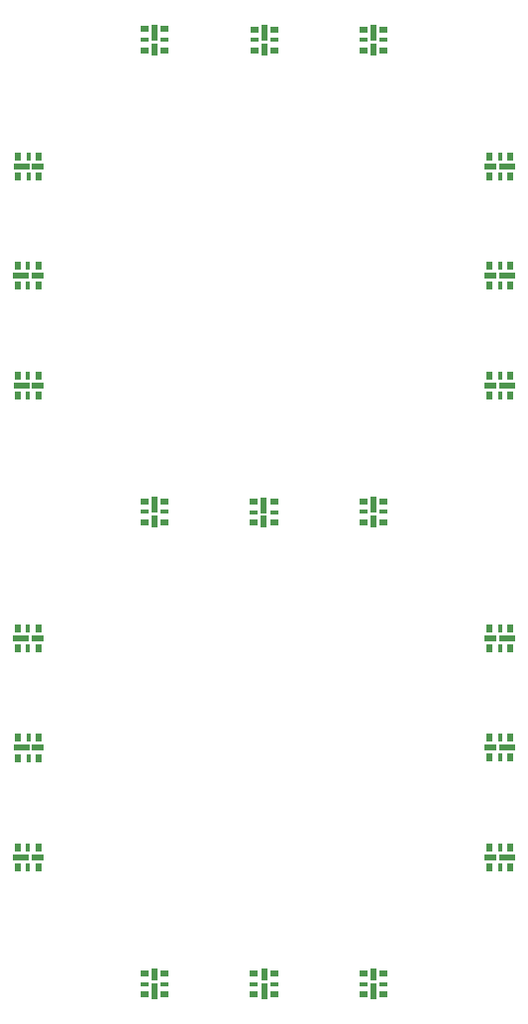
<source format=gtp>
G04 #@! TF.GenerationSoftware,KiCad,Pcbnew,5.1.5-1.fc31*
G04 #@! TF.CreationDate,2020-02-18T03:07:30-08:00*
G04 #@! TF.ProjectId,apa102_7seg_digit,61706131-3032-45f3-9773-65675f646967,rev?*
G04 #@! TF.SameCoordinates,Original*
G04 #@! TF.FileFunction,Paste,Top*
G04 #@! TF.FilePolarity,Positive*
%FSLAX46Y46*%
G04 Gerber Fmt 4.6, Leading zero omitted, Abs format (unit mm)*
G04 Created by KiCad (PCBNEW 5.1.5-1.fc31) date 2020-02-18 03:07:30*
%MOMM*%
%LPD*%
G04 APERTURE LIST*
%ADD10R,1.480000X0.500000*%
%ADD11R,1.000000X0.500000*%
%ADD12R,0.500000X0.800000*%
%ADD13R,0.300000X0.800000*%
%ADD14R,0.800000X0.500000*%
%ADD15R,0.800000X0.300000*%
%ADD16R,0.500000X1.000000*%
%ADD17R,0.500000X1.480000*%
G04 APERTURE END LIST*
D10*
X166078649Y-76371005D03*
D11*
X164658649Y-76371005D03*
D12*
X164588649Y-75521005D03*
X166388649Y-75521005D03*
D13*
X165488649Y-75521005D03*
D12*
X166388649Y-77221005D03*
D13*
X165488649Y-77221005D03*
D12*
X164588649Y-77221005D03*
D10*
X124584751Y-67040545D03*
D11*
X126004751Y-67040545D03*
D12*
X126074751Y-67890545D03*
X124274751Y-67890545D03*
D13*
X125174751Y-67890545D03*
D12*
X124274751Y-66190545D03*
D13*
X125174751Y-66190545D03*
D12*
X126074751Y-66190545D03*
X126070776Y-75516255D03*
D13*
X125170776Y-75516255D03*
D12*
X124270776Y-75516255D03*
D13*
X125170776Y-77216255D03*
D12*
X124270776Y-77216255D03*
X126070776Y-77216255D03*
D11*
X126000776Y-76366255D03*
D10*
X124580776Y-76366255D03*
X124584075Y-85705620D03*
D11*
X126004075Y-85705620D03*
D12*
X126074075Y-86555620D03*
X124274075Y-86555620D03*
D13*
X125174075Y-86555620D03*
D12*
X124274075Y-84855620D03*
D13*
X125174075Y-84855620D03*
D12*
X126074075Y-84855620D03*
X126066613Y-106514227D03*
D13*
X125166613Y-106514227D03*
D12*
X124266613Y-106514227D03*
D13*
X125166613Y-108214227D03*
D12*
X124266613Y-108214227D03*
X126066613Y-108214227D03*
D11*
X125996613Y-107364227D03*
D10*
X124576613Y-107364227D03*
X124590089Y-116685579D03*
D11*
X126010089Y-116685579D03*
D12*
X126080089Y-117535579D03*
X124280089Y-117535579D03*
D13*
X125180089Y-117535579D03*
D12*
X124280089Y-115835579D03*
D13*
X125180089Y-115835579D03*
D12*
X126080089Y-115835579D03*
X126070344Y-125171020D03*
D13*
X125170344Y-125171020D03*
D12*
X124270344Y-125171020D03*
D13*
X125170344Y-126871020D03*
D12*
X124270344Y-126871020D03*
X126070344Y-126871020D03*
D11*
X126000344Y-126021020D03*
D10*
X124580344Y-126021020D03*
D14*
X136853941Y-57096988D03*
D15*
X136853941Y-56196988D03*
D14*
X136853941Y-55296988D03*
D15*
X135153941Y-56196988D03*
D14*
X135153941Y-55296988D03*
X135153941Y-57096988D03*
D16*
X136003941Y-57026988D03*
D17*
X136003941Y-55606988D03*
X135990683Y-95939327D03*
D16*
X135990683Y-97359327D03*
D14*
X135140683Y-97429327D03*
X135140683Y-95629327D03*
D15*
X135140683Y-96529327D03*
D14*
X136840683Y-95629327D03*
D15*
X136840683Y-96529327D03*
D14*
X136840683Y-97429327D03*
D17*
X135992115Y-137436518D03*
D16*
X135992115Y-136016518D03*
D14*
X136842115Y-135946518D03*
X136842115Y-137746518D03*
D15*
X136842115Y-136846518D03*
D14*
X135142115Y-137746518D03*
D15*
X135142115Y-136846518D03*
D14*
X135142115Y-135946518D03*
X146188118Y-57121980D03*
D15*
X146188118Y-56221980D03*
D14*
X146188118Y-55321980D03*
D15*
X144488118Y-56221980D03*
D14*
X144488118Y-55321980D03*
X144488118Y-57121980D03*
D16*
X145338118Y-57051980D03*
D17*
X145338118Y-55631980D03*
D14*
X146172448Y-97446117D03*
D15*
X146172448Y-96546117D03*
D14*
X146172448Y-95646117D03*
D15*
X144472448Y-96546117D03*
D14*
X144472448Y-95646117D03*
X144472448Y-97446117D03*
D16*
X145322448Y-97376117D03*
D17*
X145322448Y-95956117D03*
D14*
X144475557Y-135953695D03*
D15*
X144475557Y-136853695D03*
D14*
X144475557Y-137753695D03*
D15*
X146175557Y-136853695D03*
D14*
X146175557Y-137753695D03*
X146175557Y-135953695D03*
D16*
X145325557Y-136023695D03*
D17*
X145325557Y-137443695D03*
X154671419Y-55632017D03*
D16*
X154671419Y-57052017D03*
D14*
X153821419Y-57122017D03*
X153821419Y-55322017D03*
D15*
X153821419Y-56222017D03*
D14*
X155521419Y-55322017D03*
D15*
X155521419Y-56222017D03*
D14*
X155521419Y-57122017D03*
D17*
X154671419Y-95939327D03*
D16*
X154671419Y-97359327D03*
D14*
X153821419Y-97429327D03*
X153821419Y-95629327D03*
D15*
X153821419Y-96529327D03*
D14*
X155521419Y-95629327D03*
D15*
X155521419Y-96529327D03*
D14*
X155521419Y-97429327D03*
D17*
X154665992Y-137430966D03*
D16*
X154665992Y-136010966D03*
D14*
X155515992Y-135940966D03*
X155515992Y-137740966D03*
D15*
X155515992Y-136840966D03*
D14*
X153815992Y-137740966D03*
D15*
X153815992Y-136840966D03*
D14*
X153815992Y-135940966D03*
D12*
X164600907Y-67875247D03*
D13*
X165500907Y-67875247D03*
D12*
X166400907Y-67875247D03*
D13*
X165500907Y-66175247D03*
D12*
X166400907Y-66175247D03*
X164600907Y-66175247D03*
D11*
X164670907Y-67025247D03*
D10*
X166090907Y-67025247D03*
D12*
X164590097Y-86553959D03*
D13*
X165490097Y-86553959D03*
D12*
X166390097Y-86553959D03*
D13*
X165490097Y-84853959D03*
D12*
X166390097Y-84853959D03*
X164590097Y-84853959D03*
D11*
X164660097Y-85703959D03*
D10*
X166080097Y-85703959D03*
D12*
X164591758Y-108212779D03*
D13*
X165491758Y-108212779D03*
D12*
X166391758Y-108212779D03*
D13*
X165491758Y-106512779D03*
D12*
X166391758Y-106512779D03*
X164591758Y-106512779D03*
D11*
X164661758Y-107362779D03*
D10*
X166081758Y-107362779D03*
X166075744Y-116679565D03*
D11*
X164655744Y-116679565D03*
D12*
X164585744Y-115829565D03*
X166385744Y-115829565D03*
D13*
X165485744Y-115829565D03*
D12*
X166385744Y-117529565D03*
D13*
X165485744Y-117529565D03*
D12*
X164585744Y-117529565D03*
X164588659Y-126875423D03*
D13*
X165488659Y-126875423D03*
D12*
X166388659Y-126875423D03*
D13*
X165488659Y-125175423D03*
D12*
X166388659Y-125175423D03*
X164588659Y-125175423D03*
D11*
X164658659Y-126025423D03*
D10*
X166078659Y-126025423D03*
M02*

</source>
